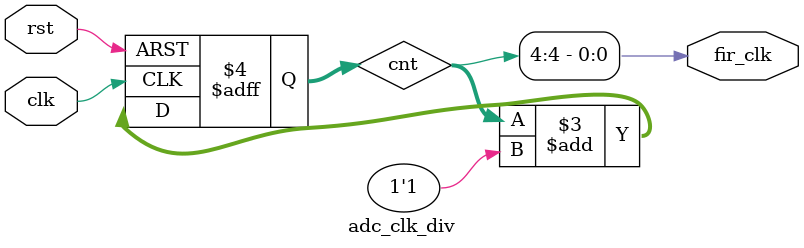
<source format=v>
module adc_clk_div (clk,rst,fir_clk);

input wire clk,rst;
output wire fir_clk;

reg [4:0] cnt;
always @ (posedge clk,negedge rst)
	begin
		if (!rst)
			cnt<=5'd0;
		else
			cnt<=cnt+1'b1;
	end  

assign fir_clk=cnt[4];
	
endmodule 

</source>
